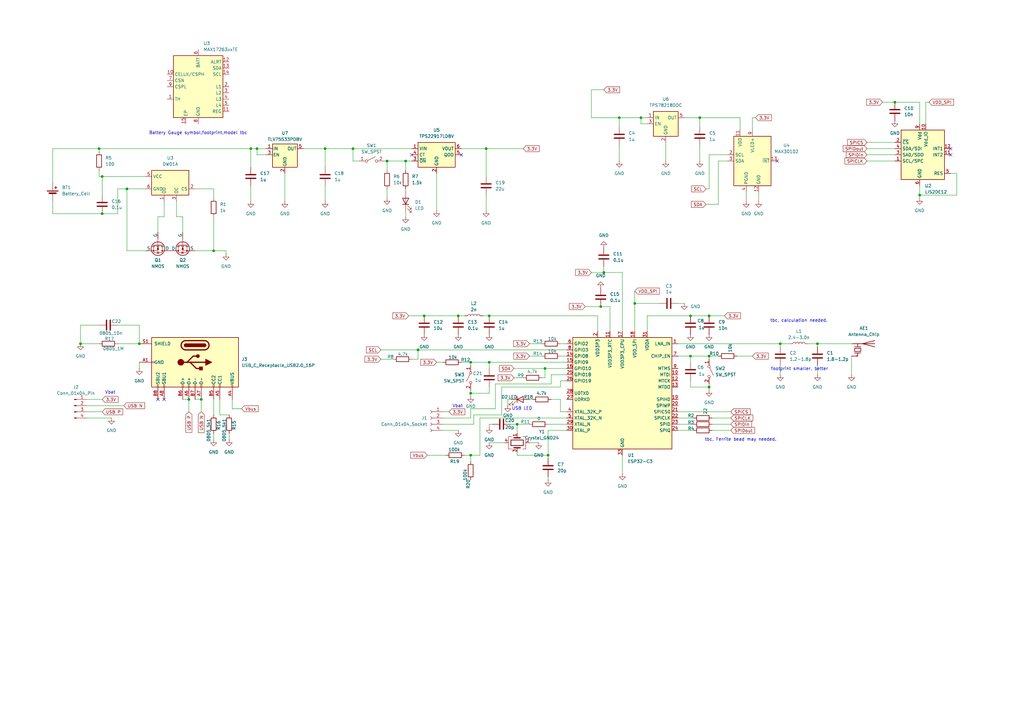
<source format=kicad_sch>
(kicad_sch (version 20250114) (generator "eeschema") (generator_version "9.0")
  (paper "A3")
  (text "Battery Gauge symbol,footprint,model tbc" (at 81.28 54.61 0) (effects (font (size 1.27 1.27))))
  (text "tbc, calculation needed." (at 327.66 131.572 0) (effects (font (size 1.27 1.27))))
  (text "footprint smaller, better" (at 327.914 151.384 0) (effects (font (size 1.27 1.27))))
  (text "Vbat" (at 187.706 166.624 0) (effects (font (size 1.27 1.27))))
  (text "USB LED" (at 214.122 167.64 0) (effects (font (size 1.27 1.27))))
  (text "Vbat" (at 45.212 161.036 0) (effects (font (size 1.27 1.27))))
  (text "tbc, Ferrite bead may needed." (at 303.784 180.34 0) (effects (font (size 1.27 1.27))))
  (junction (at 290.83 146.05))
  (junction (at 193.04 148.59))
  (junction (at 82.55 163.83))
  (junction (at 320.04 140.97))
  (junction (at 367.03 41.91))
  (junction (at 158.75 66.04))
  (junction (at 290.83 129.54))
  (junction (at 133.35 60.96))
  (junction (at 105.41 60.96))
  (junction (at 187.96 129.54))
  (junction (at 41.91 72.39))
  (junction (at 200.66 148.59))
  (junction (at 262.89 48.26))
  (junction (at 40.64 60.96))
  (junction (at 377.19 80.01))
  (junction (at 247.65 111.76))
  (junction (at 52.07 77.47))
  (junction (at 246.38 125.73))
  (junction (at 287.02 48.26))
  (junction (at 102.87 60.96))
  (junction (at 193.04 161.29))
  (junction (at 212.09 173.99))
  (junction (at 41.91 87.63))
  (junction (at 57.15 140.97))
  (junction (at 166.37 66.04))
  (junction (at 33.02 140.97))
  (junction (at 335.28 140.97))
  (junction (at 171.45 143.51))
  (junction (at 199.39 60.96))
  (junction (at 224.79 186.69))
  (junction (at 223.52 151.13))
  (junction (at 200.66 129.54))
  (junction (at 193.04 186.69))
  (junction (at 260.35 124.46))
  (junction (at 144.78 60.96))
  (junction (at 283.21 129.54))
  (junction (at 87.63 102.87))
  (junction (at 254 48.26))
  (junction (at 290.83 158.75))
  (junction (at 173.99 129.54))
  (junction (at 283.21 146.05))
  (junction (at 77.47 163.83))
  (no_connect (at 389.89 63.5))
  (no_connect (at 67.31 163.83))
  (no_connect (at 318.77 66.04))
  (no_connect (at 64.77 163.83))
  (no_connect (at 168.91 63.5))
  (no_connect (at 189.23 63.5))
  (no_connect (at 389.89 60.96))
  (wire (pts (xy 173.99 129.54) (xy 187.96 129.54)))
  (wire (pts (xy 229.87 163.83) (xy 226.06 163.83)))
  (wire (pts (xy 349.25 140.97) (xy 335.28 140.97)))
  (wire (pts (xy 217.17 181.61) (xy 220.98 181.61)))
  (wire (pts (xy 144.78 66.04) (xy 144.78 60.96)))
  (wire (pts (xy 287.02 48.26) (xy 303.53 48.26)))
  (wire (pts (xy 144.78 66.04) (xy 147.32 66.04)))
  (wire (pts (xy 335.28 140.97) (xy 335.28 142.24)))
  (wire (pts (xy 144.78 60.96) (xy 168.91 60.96)))
  (wire (pts (xy 158.75 66.04) (xy 158.75 69.85)))
  (wire (pts (xy 193.04 148.59) (xy 193.04 149.86)))
  (wire (pts (xy 232.41 140.97) (xy 229.87 140.97)))
  (wire (pts (xy 193.04 167.64) (xy 193.04 171.45)))
  (wire (pts (xy 212.09 177.8) (xy 212.09 173.99)))
  (wire (pts (xy 48.26 87.63) (xy 48.26 77.47)))
  (wire (pts (xy 283.21 146.05) (xy 290.83 146.05)))
  (wire (pts (xy 320.04 140.97) (xy 323.85 140.97)))
  (wire (pts (xy 116.84 71.12) (xy 116.84 82.55)))
  (wire (pts (xy 283.21 129.54) (xy 290.83 129.54)))
  (wire (pts (xy 210.82 151.13) (xy 223.52 151.13)))
  (wire (pts (xy 67.31 82.55) (xy 67.31 88.9)))
  (wire (pts (xy 59.69 77.47) (xy 52.07 77.47)))
  (wire (pts (xy 367.03 41.91) (xy 361.95 41.91)))
  (wire (pts (xy 41.91 72.39) (xy 59.69 72.39)))
  (wire (pts (xy 193.04 186.69) (xy 193.04 189.23)))
  (wire (pts (xy 200.66 181.61) (xy 207.01 181.61)))
  (wire (pts (xy 212.09 186.69) (xy 224.79 186.69)))
  (wire (pts (xy 260.35 124.46) (xy 270.51 124.46)))
  (wire (pts (xy 311.15 78.74) (xy 311.15 82.55)))
  (wire (pts (xy 166.37 66.04) (xy 166.37 69.85)))
  (wire (pts (xy 67.31 88.9) (xy 64.77 88.9)))
  (wire (pts (xy 290.83 157.48) (xy 290.83 158.75)))
  (wire (pts (xy 87.63 163.83) (xy 87.63 170.18)))
  (wire (pts (xy 33.02 133.35) (xy 33.02 140.97)))
  (wire (pts (xy 232.41 171.45) (xy 196.85 171.45)))
  (wire (pts (xy 41.91 87.63) (xy 48.26 87.63)))
  (wire (pts (xy 287.02 48.26) (xy 280.67 48.26)))
  (wire (pts (xy 247.65 111.76) (xy 255.27 111.76)))
  (wire (pts (xy 392.43 71.12) (xy 392.43 80.01)))
  (wire (pts (xy 262.89 50.8) (xy 262.89 48.26)))
  (wire (pts (xy 224.79 186.69) (xy 224.79 187.96)))
  (wire (pts (xy 254 48.26) (xy 262.89 48.26)))
  (wire (pts (xy 133.35 60.96) (xy 133.35 68.58)))
  (wire (pts (xy 223.52 154.94) (xy 222.25 154.94)))
  (wire (pts (xy 87.63 88.9) (xy 87.63 102.87)))
  (wire (pts (xy 229.87 163.83) (xy 229.87 168.91)))
  (wire (pts (xy 92.71 102.87) (xy 87.63 102.87)))
  (wire (pts (xy 229.87 146.05) (xy 232.41 146.05)))
  (wire (pts (xy 242.57 36.83) (xy 242.57 48.26)))
  (wire (pts (xy 203.2 167.64) (xy 203.2 157.48)))
  (wire (pts (xy 199.39 80.01) (xy 199.39 86.36)))
  (wire (pts (xy 200.66 161.29) (xy 200.66 158.75)))
  (wire (pts (xy 133.35 60.96) (xy 144.78 60.96)))
  (wire (pts (xy 223.52 151.13) (xy 223.52 154.94)))
  (wire (pts (xy 247.65 109.22) (xy 247.65 111.76)))
  (wire (pts (xy 171.45 143.51) (xy 171.45 147.32)))
  (wire (pts (xy 331.47 140.97) (xy 335.28 140.97)))
  (wire (pts (xy 35.56 166.37) (xy 50.8 166.37)))
  (wire (pts (xy 212.09 173.99) (xy 217.17 173.99)))
  (wire (pts (xy 102.87 60.96) (xy 102.87 68.58)))
  (wire (pts (xy 226.06 153.67) (xy 232.41 153.67)))
  (wire (pts (xy 242.57 111.76) (xy 247.65 111.76)))
  (wire (pts (xy 283.21 146.05) (xy 283.21 148.59)))
  (wire (pts (xy 232.41 156.21) (xy 229.87 156.21)))
  (wire (pts (xy 226.06 157.48) (xy 226.06 153.67)))
  (wire (pts (xy 77.47 163.83) (xy 77.47 168.91)))
  (wire (pts (xy 200.66 129.54) (xy 245.11 129.54)))
  (wire (pts (xy 193.04 148.59) (xy 189.23 148.59)))
  (wire (pts (xy 265.43 135.89) (xy 265.43 129.54)))
  (wire (pts (xy 287.02 59.69) (xy 287.02 66.04)))
  (wire (pts (xy 229.87 156.21) (xy 229.87 158.75)))
  (wire (pts (xy 196.85 171.45) (xy 196.85 186.69)))
  (wire (pts (xy 21.59 87.63) (xy 41.91 87.63)))
  (wire (pts (xy 72.39 82.55) (xy 72.39 88.9)))
  (wire (pts (xy 355.6 66.04) (xy 367.03 66.04)))
  (wire (pts (xy 40.64 60.96) (xy 40.64 62.23)))
  (wire (pts (xy 187.96 129.54) (xy 190.5 129.54)))
  (wire (pts (xy 389.89 71.12) (xy 392.43 71.12)))
  (wire (pts (xy 171.45 143.51) (xy 232.41 143.51)))
  (wire (pts (xy 242.57 48.26) (xy 254 48.26)))
  (wire (pts (xy 278.13 140.97) (xy 320.04 140.97)))
  (wire (pts (xy 193.04 160.02) (xy 193.04 161.29)))
  (wire (pts (xy 166.37 77.47) (xy 166.37 78.74)))
  (wire (pts (xy 292.1 176.53) (xy 299.72 176.53)))
  (wire (pts (xy 21.59 60.96) (xy 21.59 74.93)))
  (wire (pts (xy 48.26 133.35) (xy 57.15 133.35)))
  (wire (pts (xy 278.13 173.99) (xy 284.48 173.99)))
  (wire (pts (xy 290.83 129.54) (xy 297.18 129.54)))
  (wire (pts (xy 52.07 77.47) (xy 52.07 102.87)))
  (wire (pts (xy 224.79 176.53) (xy 232.41 176.53)))
  (wire (pts (xy 72.39 88.9) (xy 74.93 88.9)))
  (wire (pts (xy 294.64 83.82) (xy 289.56 83.82)))
  (wire (pts (xy 224.79 195.58) (xy 224.79 196.85)))
  (wire (pts (xy 48.26 140.97) (xy 57.15 140.97)))
  (wire (pts (xy 278.13 171.45) (xy 284.48 171.45)))
  (wire (pts (xy 109.22 63.5) (xy 105.41 63.5)))
  (wire (pts (xy 289.56 77.47) (xy 290.83 77.47)))
  (wire (pts (xy 90.17 163.83) (xy 90.17 170.18)))
  (wire (pts (xy 308.61 48.26) (xy 308.61 53.34)))
  (wire (pts (xy 80.01 163.83) (xy 82.55 163.83)))
  (wire (pts (xy 205.74 158.75) (xy 229.87 158.75)))
  (wire (pts (xy 355.6 58.42) (xy 367.03 58.42)))
  (wire (pts (xy 255.27 111.76) (xy 255.27 135.89)))
  (wire (pts (xy 196.85 186.69) (xy 193.04 186.69)))
  (wire (pts (xy 306.07 78.74) (xy 306.07 82.55)))
  (wire (pts (xy 40.64 72.39) (xy 41.91 72.39)))
  (wire (pts (xy 377.19 50.8) (xy 377.19 41.91)))
  (wire (pts (xy 303.53 48.26) (xy 303.53 53.34)))
  (wire (pts (xy 208.28 163.83) (xy 208.28 166.37)))
  (wire (pts (xy 290.83 146.05) (xy 290.83 147.32)))
  (wire (pts (xy 82.55 163.83) (xy 82.55 168.91)))
  (wire (pts (xy 379.73 41.91) (xy 381 41.91)))
  (wire (pts (xy 190.5 186.69) (xy 193.04 186.69)))
  (wire (pts (xy 92.71 104.14) (xy 92.71 102.87)))
  (wire (pts (xy 41.91 72.39) (xy 41.91 80.01)))
  (wire (pts (xy 200.66 148.59) (xy 193.04 148.59)))
  (wire (pts (xy 35.56 168.91) (xy 41.91 168.91)))
  (wire (pts (xy 158.75 66.04) (xy 166.37 66.04)))
  (wire (pts (xy 278.13 168.91) (xy 299.72 168.91)))
  (wire (pts (xy 224.79 176.53) (xy 224.79 186.69)))
  (wire (pts (xy 298.45 66.04) (xy 294.64 66.04)))
  (wire (pts (xy 355.6 60.96) (xy 367.03 60.96)))
  (wire (pts (xy 377.19 41.91) (xy 367.03 41.91)))
  (wire (pts (xy 320.04 149.86) (xy 320.04 153.67)))
  (wire (pts (xy 290.83 77.47) (xy 290.83 63.5)))
  (wire (pts (xy 355.6 63.5) (xy 367.03 63.5)))
  (wire (pts (xy 199.39 60.96) (xy 214.63 60.96)))
  (wire (pts (xy 294.64 66.04) (xy 294.64 83.82)))
  (wire (pts (xy 33.02 140.97) (xy 40.64 140.97)))
  (wire (pts (xy 105.41 63.5) (xy 105.41 60.96)))
  (wire (pts (xy 157.48 66.04) (xy 158.75 66.04)))
  (wire (pts (xy 208.28 163.83) (xy 209.55 163.83)))
  (wire (pts (xy 181.61 173.99) (xy 194.31 173.99)))
  (wire (pts (xy 95.25 167.64) (xy 95.25 163.83)))
  (wire (pts (xy 181.61 168.91) (xy 184.15 168.91)))
  (wire (pts (xy 210.82 154.94) (xy 214.63 154.94)))
  (wire (pts (xy 240.03 125.73) (xy 246.38 125.73)))
  (wire (pts (xy 265.43 129.54) (xy 283.21 129.54)))
  (wire (pts (xy 200.66 173.99) (xy 200.66 175.26)))
  (wire (pts (xy 205.74 170.18) (xy 205.74 158.75)))
  (wire (pts (xy 278.13 146.05) (xy 283.21 146.05)))
  (wire (pts (xy 156.21 147.32) (xy 161.29 147.32)))
  (wire (pts (xy 302.26 146.05) (xy 308.61 146.05)))
  (wire (pts (xy 292.1 173.99) (xy 299.72 173.99)))
  (wire (pts (xy 377.19 76.2) (xy 377.19 80.01)))
  (wire (pts (xy 35.56 163.83) (xy 41.91 163.83)))
  (wire (pts (xy 105.41 60.96) (xy 102.87 60.96)))
  (wire (pts (xy 189.23 60.96) (xy 199.39 60.96)))
  (wire (pts (xy 199.39 60.96) (xy 199.39 72.39)))
  (wire (pts (xy 217.17 163.83) (xy 218.44 163.83)))
  (wire (pts (xy 175.26 186.69) (xy 182.88 186.69)))
  (wire (pts (xy 90.17 170.18) (xy 93.98 170.18)))
  (wire (pts (xy 166.37 66.04) (xy 168.91 66.04)))
  (wire (pts (xy 21.59 82.55) (xy 21.59 87.63)))
  (wire (pts (xy 255.27 186.69) (xy 255.27 194.31)))
  (wire (pts (xy 52.07 102.87) (xy 59.69 102.87)))
  (wire (pts (xy 200.66 148.59) (xy 200.66 151.13)))
  (wire (pts (xy 229.87 168.91) (xy 232.41 168.91)))
  (wire (pts (xy 290.83 63.5) (xy 298.45 63.5)))
  (wire (pts (xy 48.26 77.47) (xy 52.07 77.47)))
  (wire (pts (xy 254 59.69) (xy 254 66.04)))
  (wire (pts (xy 193.04 167.64) (xy 203.2 167.64)))
  (wire (pts (xy 247.65 36.83) (xy 242.57 36.83)))
  (wire (pts (xy 194.31 170.18) (xy 205.74 170.18)))
  (wire (pts (xy 273.05 58.42) (xy 273.05 66.04)))
  (wire (pts (xy 250.19 125.73) (xy 250.19 135.89)))
  (wire (pts (xy 283.21 158.75) (xy 283.21 156.21)))
  (wire (pts (xy 292.1 171.45) (xy 299.72 171.45)))
  (wire (pts (xy 179.07 71.12) (xy 179.07 86.36)))
  (wire (pts (xy 124.46 60.96) (xy 133.35 60.96)))
  (wire (pts (xy 254 48.26) (xy 254 52.07)))
  (wire (pts (xy 203.2 157.48) (xy 226.06 157.48)))
  (wire (pts (xy 200.66 173.99) (xy 201.93 173.99)))
  (wire (pts (xy 209.55 173.99) (xy 212.09 173.99)))
  (wire (pts (xy 320.04 140.97) (xy 320.04 142.24)))
  (wire (pts (xy 40.64 69.85) (xy 40.64 72.39)))
  (wire (pts (xy 392.43 80.01) (xy 377.19 80.01)))
  (wire (pts (xy 80.01 77.47) (xy 87.63 77.47)))
  (wire (pts (xy 245.11 129.54) (xy 245.11 135.89)))
  (wire (pts (xy 87.63 77.47) (xy 87.63 81.28)))
  (wire (pts (xy 167.64 129.54) (xy 173.99 129.54)))
  (wire (pts (xy 198.12 129.54) (xy 200.66 129.54)))
  (wire (pts (xy 193.04 161.29) (xy 193.04 162.56)))
  (wire (pts (xy 265.43 48.26) (xy 262.89 48.26)))
  (wire (pts (xy 246.38 125.73) (xy 250.19 125.73)))
  (wire (pts (xy 171.45 147.32) (xy 168.91 147.32)))
  (wire (pts (xy 64.77 88.9) (xy 64.77 95.25)))
  (wire (pts (xy 181.61 176.53) (xy 187.96 176.53)))
  (wire (pts (xy 278.13 176.53) (xy 284.48 176.53)))
  (wire (pts (xy 217.17 140.97) (xy 222.25 140.97)))
  (wire (pts (xy 223.52 151.13) (xy 232.41 151.13)))
  (wire (pts (xy 133.35 76.2) (xy 133.35 82.55)))
  (wire (pts (xy 109.22 60.96) (xy 105.41 60.96)))
  (wire (pts (xy 200.66 161.29) (xy 193.04 161.29)))
  (wire (pts (xy 278.13 124.46) (xy 280.67 124.46)))
  (wire (pts (xy 309.88 48.26) (xy 308.61 48.26)))
  (wire (pts (xy 217.17 146.05) (xy 222.25 146.05)))
  (wire (pts (xy 260.35 124.46) (xy 260.35 135.89)))
  (wire (pts (xy 290.83 158.75) (xy 290.83 160.02)))
  (wire (pts (xy 57.15 148.59) (xy 57.15 151.13)))
  (wire (pts (xy 156.21 143.51) (xy 171.45 143.51)))
  (wire (pts (xy 212.09 186.69) (xy 212.09 185.42)))
  (wire (pts (xy 181.61 148.59) (xy 179.07 148.59)))
  (wire (pts (xy 181.61 171.45) (xy 193.04 171.45)))
  (wire (pts (xy 265.43 50.8) (xy 262.89 50.8)))
  (wire (pts (xy 93.98 177.8) (xy 93.98 180.34)))
  (wire (pts (xy 40.64 133.35) (xy 33.02 133.35)))
  (wire (pts (xy 57.15 133.35) (xy 57.15 140.97)))
  (wire (pts (xy 99.06 167.64) (xy 95.25 167.64)))
  (wire (pts (xy 290.83 146.05) (xy 294.64 146.05)))
  (wire (pts (xy 335.28 149.86) (xy 335.28 153.67)))
  (wire (pts (xy 260.35 119.38) (xy 260.35 124.46)))
  (wire (pts (xy 102.87 76.2) (xy 102.87 82.55)))
  (wire (pts (xy 40.64 60.96) (xy 102.87 60.96)))
  (wire (pts (xy 224.79 173.99) (xy 232.41 173.99)))
  (wire (pts (xy 87.63 177.8) (xy 87.63 180.34)))
  (wire (pts (xy 194.31 170.18) (xy 194.31 173.99)))
  (wire (pts (xy 40.64 60.96) (xy 21.59 60.96)))
  (wire (pts (xy 74.93 88.9) (xy 74.93 95.25)))
  (wire (pts (xy 287.02 48.26) (xy 287.02 52.07)))
  (wire (pts (xy 80.01 102.87) (xy 87.63 102.87)))
  (wire (pts (xy 377.19 80.01) (xy 377.19 81.28)))
  (wire (pts (xy 166.37 86.36) (xy 166.37 88.9)))
  (wire (pts (xy 283.21 158.75) (xy 290.83 158.75)))
  (wire (pts (xy 200.66 148.59) (xy 232.41 148.59)))
  (wire (pts (xy 74.93 163.83) (xy 77.47 163.83)))
  (wire (pts (xy 349.25 146.05) (xy 349.25 153.67)))
  (wire (pts (xy 379.73 50.8) (xy 379.73 41.91)))
  (wire (pts (xy 158.75 77.47) (xy 158.75 81.28)))
  (wire (pts (xy 35.56 171.45) (xy 45.72 171.45)))
  (global_label "SPICS" (shape input) (at 355.6 58.42 180) (property "Intersheetrefs" "${INTERSHEET_REFS}" (effects (hide yes))))
  (global_label "SPIDout" (shape input) (at 355.6 60.96 180) (property "Intersheetrefs" "${INTERSHEET_REFS}" (effects (hide yes))))
  (global_label "SPICLK" (shape input) (at 355.6 66.04 180) (property "Intersheetrefs" "${INTERSHEET_REFS}" (effects (hide yes))))
  (global_label "VDD_SPI" (shape input) (at 381 41.91 0) (property "Intersheetrefs" "${INTERSHEET_REFS}" (effects (hide yes))))
  (global_label "3.3V" (shape input) (at 156.21 147.32 180) (property "Intersheetrefs" "${INTERSHEET_REFS}" (effects (hide yes))))
  (global_label "3.3V" (shape input) (at 297.18 129.54 0) (property "Intersheetrefs" "${INTERSHEET_REFS}" (effects (hide yes))))
  (global_label "SCL" (shape input) (at 156.21 143.51 180) (property "Intersheetrefs" "${INTERSHEET_REFS}" (effects (hide yes))))
  (global_label "VDD_SPI" (shape input) (at 260.35 119.38 0) (property "Intersheetrefs" "${INTERSHEET_REFS}" (effects (hide yes))))
  (global_label "Vbus" (shape input) (at 175.26 186.69 180) (property "Intersheetrefs" "${INTERSHEET_REFS}" (effects (hide yes))))
  (global_label "3.3V" (shape input) (at 210.82 154.94 180) (property "Intersheetrefs" "${INTERSHEET_REFS}" (effects (hide yes))))
  (global_label "3.3V" (shape input) (at 247.65 36.83 0) (property "Intersheetrefs" "${INTERSHEET_REFS}" (effects (hide yes))))
  (global_label "3.3V" (shape input) (at 309.88 48.26 0) (property "Intersheetrefs" "${INTERSHEET_REFS}" (effects (hide yes))))
  (global_label "SCL" (shape input) (at 289.56 77.47 180) (property "Intersheetrefs" "${INTERSHEET_REFS}" (effects (hide yes))))
  (global_label "Vbus" (shape input) (at 99.06 167.64 0) (property "Intersheetrefs" "${INTERSHEET_REFS}" (effects (hide yes))))
  (global_label "SDA" (shape input) (at 210.82 151.13 180) (property "Intersheetrefs" "${INTERSHEET_REFS}" (effects (hide yes))))
  (global_label "3.3V" (shape input) (at 184.15 168.91 0) (property "Intersheetrefs" "${INTERSHEET_REFS}" (effects (hide yes))))
  (global_label "SPICS" (shape input) (at 299.72 168.91 0) (property "Intersheetrefs" "${INTERSHEET_REFS}" (effects (hide yes))))
  (global_label "USB P" (shape input) (at 41.91 168.91 0) (property "Intersheetrefs" "${INTERSHEET_REFS}" (effects (hide yes))))
  (global_label "USB N" (shape input) (at 82.55 168.91 270) (property "Intersheetrefs" "${INTERSHEET_REFS}" (effects (hide yes))))
  (global_label "3.3V" (shape input) (at 179.07 148.59 180) (property "Intersheetrefs" "${INTERSHEET_REFS}" (effects (hide yes))))
  (global_label "3.3V" (shape input) (at 240.03 125.73 180) (property "Intersheetrefs" "${INTERSHEET_REFS}" (effects (hide yes))))
  (global_label "3.3V" (shape input) (at 361.95 41.91 180) (property "Intersheetrefs" "${INTERSHEET_REFS}" (effects (hide yes))))
  (global_label "SPIDin" (shape input) (at 299.72 173.99 0) (property "Intersheetrefs" "${INTERSHEET_REFS}" (effects (hide yes))))
  (global_label "3.3V" (shape input) (at 217.17 146.05 180) (property "Intersheetrefs" "${INTERSHEET_REFS}" (effects (hide yes))))
  (global_label "SPIDin" (shape input) (at 355.6 63.5 180) (property "Intersheetrefs" "${INTERSHEET_REFS}" (effects (hide yes))))
  (global_label "SPICLK" (shape input) (at 299.72 171.45 0) (property "Intersheetrefs" "${INTERSHEET_REFS}" (effects (hide yes))))
  (global_label "USB P" (shape input) (at 77.47 168.91 270) (property "Intersheetrefs" "${INTERSHEET_REFS}" (effects (hide yes))))
  (global_label "3.3V" (shape input) (at 308.61 146.05 0) (property "Intersheetrefs" "${INTERSHEET_REFS}" (effects (hide yes))))
  (global_label "USB N" (shape input) (at 50.8 166.37 0) (property "Intersheetrefs" "${INTERSHEET_REFS}" (effects (hide yes))))
  (global_label "SPIDout" (shape input) (at 299.72 176.53 0) (property "Intersheetrefs" "${INTERSHEET_REFS}" (effects (hide yes))))
  (global_label "3.3V" (shape input) (at 167.64 129.54 180) (property "Intersheetrefs" "${INTERSHEET_REFS}" (effects (hide yes))))
  (global_label "3.3V" (shape input) (at 242.57 111.76 180) (property "Intersheetrefs" "${INTERSHEET_REFS}" (effects (hide yes))))
  (global_label "3.3V" (shape input) (at 217.17 140.97 180) (property "Intersheetrefs" "${INTERSHEET_REFS}" (effects (hide yes))))
  (global_label "3.3V" (shape input) (at 214.63 60.96 0) (property "Intersheetrefs" "${INTERSHEET_REFS}" (effects (hide yes))))
  (global_label "SDA" (shape input) (at 289.56 83.82 180) (property "Intersheetrefs" "${INTERSHEET_REFS}" (effects (hide yes))))
  (global_label "3.3V" (shape input) (at 41.91 163.83 0) (property "Intersheetrefs" "${INTERSHEET_REFS}" (effects (hide yes))))
  (symbol (lib_id "power:GND") (at 220.98 181.61 0) (unit 1)
    (property "Reference" "#PWR030" (effects (hide yes)))
    (property "Value" "GND" (at 220.98 186.69 0))
    (property "Description" "Power symbol creates a global label with name \"GND\" , ground" (effects (hide yes)))
  )
  (symbol (lib_id "Battery_Management:MAX17263xxTE") (at 81.28 35.56 0) (unit 1)
    (property "Reference" "U3" (at 83.4233 17.78 0) (effects (justify left)))
    (property "Value" "MAX17263xxTE" (at 83.4233 20.32 0) (effects (justify left)))
    (property "Footprint" "Package_DFN_QFN:DFN-14-1EP_3x3mm_P0.4mm_EP1.78x2.35mm" (effects (hide yes)))
    (property "Datasheet" "https://datasheets.maximintegrated.com/en/ds/MAX17263.pdf" (effects (hide yes)))
    (property "Description" "Single/Multi-Cell Fuel Gauge, ModelGauge m5 EZ, Integrated LED Control, TDFN-14" (effects (hide yes)))
  )
  (symbol (lib_id "Switch:SW_SPST") (at 152.4 66.04 0) (unit 1)
    (property "Reference" "SW1" (at 152.4 59.69 0))
    (property "Value" "SW_SPST" (at 152.4 62.23 0))
    (property "Description" "Single Pole Single Throw (SPST) switch" (effects (hide yes)))
  )
  (symbol (lib_id "power:GND") (at 92.71 104.14 0) (unit 1)
    (property "Reference" "#PWR022" (effects (hide yes)))
    (property "Value" "GND" (at 92.71 109.22 0))
    (property "Description" "Power symbol creates a global label with name \"GND\" , ground" (effects (hide yes)))
  )
  (symbol (lib_id "Device:R") (at 220.98 173.99 90) (unit 1)
    (property "Reference" "R11" (at 217.424 172.974 90) (effects (justify left)))
    (property "Value" "0" (at 221.742 171.704 90) (effects (justify left)))
    (property "Description" "Resistor" (effects (hide yes)))
  )
  (symbol (lib_id "Device:R") (at 158.75 73.66 0) (unit 1)
    (property "Reference" "R6" (at 161.29 72.3899 0) (effects (justify left)))
    (property "Value" "10k" (at 161.29 74.9299 0) (effects (justify left)))
    (property "Description" "Resistor" (effects (hide yes)))
  )
  (symbol (lib_id "Regulator_Linear:TLV75533PDBV") (at 116.84 63.5 0) (unit 1)
    (property "Reference" "U7" (at 116.84 54.61 0))
    (property "Value" "TLV75533PDBV" (at 116.84 57.15 0))
    (property "Footprint" "Package_TO_SOT_SMD:SOT-23-5" (effects (hide yes)))
    (property "Datasheet" "http://www.ti.com/lit/ds/symlink/tlv755p.pdf" (effects (hide yes)))
    (property "Description" "500mA Low Dropout Voltage Regulator, Fixed Output 3.3V, SOT-23-5" (effects (hide yes)))
  )
  (symbol (lib_id "Device:C") (at 44.45 133.35 90) (unit 1)
    (property "Reference" "C22" (at 47.752 131.826 90))
    (property "Value" "0805_10n" (at 45.466 136.652 90))
    (property "Description" "Unpolarized capacitor" (effects (hide yes)))
  )
  (symbol (lib_id "power:GND") (at 187.96 176.53 0) (unit 1)
    (property "Reference" "#PWR034" (effects (hide yes)))
    (property "Value" "GND" (at 187.96 181.61 0))
    (property "Description" "Power symbol creates a global label with name \"GND\" , ground" (effects (hide yes)))
  )
  (symbol (lib_id "Device:L") (at 194.31 129.54 90) (unit 1)
    (property "Reference" "L2" (at 194.31 124.46 90))
    (property "Value" "2n" (at 194.31 127 90))
    (property "Datasheet" "z" (effects (hide yes)))
    (property "Description" "Inductor" (effects (hide yes)))
  )
  (symbol (lib_id "power:GND") (at 255.27 194.31 0) (unit 1)
    (property "Reference" "#PWR01" (effects (hide yes)))
    (property "Value" "GND" (at 255.27 199.39 0))
    (property "Description" "Power symbol creates a global label with name \"GND\" , ground" (effects (hide yes)))
  )
  (symbol (lib_id "power:GND") (at 254 66.04 0) (unit 1)
    (property "Reference" "#PWR08" (effects (hide yes)))
    (property "Value" "GND" (at 254 71.12 0))
    (property "Description" "Power symbol creates a global label with name \"GND\" , ground" (effects (hide yes)))
  )
  (symbol (lib_id "Device:R") (at 222.25 163.83 90) (unit 1)
    (property "Reference" "R18" (at 218.694 162.814 90) (effects (justify left)))
    (property "Value" "4.7k" (at 224.282 161.29 90) (effects (justify left)))
    (property "Description" "Resistor" (effects (hide yes)))
  )
  (symbol (lib_id "power:GND") (at 33.02 140.97 0) (unit 1)
    (property "Reference" "#PWR036" (effects (hide yes)))
    (property "Value" "GND" (at 33.02 146.05 0))
    (property "Description" "Power symbol creates a global label with name \"GND\" , ground" (effects (hide yes)))
  )
  (symbol (lib_id "power:GND") (at 45.72 171.45 0) (unit 1)
    (property "Reference" "#PWR035" (effects (hide yes)))
    (property "Value" "GND" (at 45.72 176.53 0))
    (property "Description" "Power symbol creates a global label with name \"GND\" , ground" (effects (hide yes)))
  )
  (symbol (lib_id "power:GND") (at 335.28 153.67 0) (unit 1)
    (property "Reference" "#PWR04" (effects (hide yes)))
    (property "Value" "GND" (at 335.28 158.75 0))
    (property "Description" "Power symbol creates a global label with name \"GND\" , ground" (effects (hide yes)))
  )
  (symbol (lib_id "power:GND") (at 246.38 118.11 180) (unit 1)
    (property "Reference" "#PWR019" (effects (hide yes)))
    (property "Value" "GND" (at 246.38 113.03 0))
    (property "Description" "Power symbol creates a global label with name \"GND\" , ground" (effects (hide yes)))
  )
  (symbol (lib_id "power:GND") (at 193.04 162.56 0) (mirror y) (unit 1)
    (property "Reference" "#PWR033" (effects (hide yes)))
    (property "Value" "GND" (at 193.04 166.624 0))
    (property "Description" "Power symbol creates a global label with name \"GND\" , ground" (effects (hide yes)))
  )
  (symbol (lib_id "Device:C") (at 173.99 133.35 0) (unit 1)
    (property "Reference" "C12" (at 177.8 132.0799 0) (effects (justify left)))
    (property "Value" "10u" (at 177.8 134.6199 0) (effects (justify left)))
    (property "Description" "Unpolarized capacitor" (effects (hide yes)))
  )
  (symbol (lib_id "power:GND") (at 247.65 101.6 180) (unit 1)
    (property "Reference" "#PWR013" (effects (hide yes)))
    (property "Value" "GND" (at 247.65 96.52 0))
    (property "Description" "Power symbol creates a global label with name \"GND\" , ground" (effects (hide yes)))
  )
  (symbol (lib_id "Simulation_SPICE:NMOS") (at 64.77 100.33 270) (unit 1)
    (property "Reference" "Q1" (at 64.77 106.68 90))
    (property "Value" "NMOS" (at 64.77 109.22 90))
    (property "Datasheet" "https://ngspice.sourceforge.io/docs/ngspice-html-manual/manual.xhtml#cha_MOSFETs" (effects (hide yes)))
    (property "Description" "N-MOSFET transistor, drain/source/gate" (effects (hide yes)))
    (property "Sim.Device" "NMOS" (effects (hide yes)))
    (property "Sim.Type" "VDMOS" (effects (hide yes)))
    (property "Sim.Pins" "1=D 2=G 3=S" (effects (hide yes)))
  )
  (symbol (lib_id "MCU_Espressif:ESP32-C3") (at 255.27 161.29 0) (unit 1)
    (property "Reference" "U1" (at 257.4133 186.69 0) (effects (justify left)))
    (property "Value" "ESP32-C3" (at 257.4133 189.23 0) (effects (justify left)))
    (property "Footprint" "Package_DFN_QFN:QFN-32-1EP_5x5mm_P0.5mm_EP3.7x3.7mm" (effects (hide yes)))
    (property "Datasheet" "https://www.espressif.com/sites/default/files/documentation/esp32-c3_datasheet_en.pdf" (effects (hide yes)))
    (property "Description" "RF Module, ESP32 SoC, RISC-V, WiFi 802.11b/n/g, Bluetooth LE 5, QFN32" (effects (hide yes)))
  )
  (symbol (lib_id "power:GND") (at 93.98 180.34 0) (unit 1)
    (property "Reference" "#PWR038" (effects (hide yes)))
    (property "Value" "GND" (at 93.98 185.42 0))
    (property "Description" "Power symbol creates a global label with name \"GND\" , ground" (effects (hide yes)))
  )
  (symbol (lib_id "power:GND") (at 57.15 151.13 0) (unit 1)
    (property "Reference" "#PWR037" (effects (hide yes)))
    (property "Value" "GND" (at 57.15 156.21 0))
    (property "Description" "Power symbol creates a global label with name \"GND\" , ground" (effects (hide yes)))
  )
  (symbol (lib_id "power:GND") (at 173.99 137.16 0) (unit 1)
    (property "Reference" "#PWR018" (effects (hide yes)))
    (property "Value" "GND" (at 173.99 142.24 0))
    (property "Description" "Power symbol creates a global label with name \"GND\" , ground" (effects (hide yes)))
  )
  (symbol (lib_id "Regulator_Linear:TPS78218DDC") (at 273.05 50.8 0) (unit 1)
    (property "Reference" "U6" (at 273.05 40.64 0))
    (property "Value" "TPS78218DDC" (at 273.05 43.18 0))
    (property "Footprint" "Package_TO_SOT_SMD:SOT-23-5" (effects (hide yes)))
    (property "Datasheet" "http://www.ti.com/lit/gpn/tps782" (effects (hide yes)))
    (property "Description" "150-mA, 500nA Ultra-Low-IQ LDO, 1.8V, SOT-23-5" (effects (hide yes)))
  )
  (symbol (lib_id "power:GND") (at 287.02 66.04 0) (unit 1)
    (property "Reference" "#PWR09" (effects (hide yes)))
    (property "Value" "GND" (at 287.02 71.12 0))
    (property "Description" "Power symbol creates a global label with name \"GND\" , ground" (effects (hide yes)))
  )
  (symbol (lib_id "Device:R") (at 87.63 173.99 180) (unit 1)
    (property "Reference" "R16" (at 89.662 172.466 90) (effects (justify left)))
    (property "Value" "0805_5k1" (at 85.598 171.704 90) (effects (justify left)))
    (property "Description" "Resistor" (effects (hide yes)))
  )
  (symbol (lib_id "Device:C") (at 246.38 121.92 0) (unit 1)
    (property "Reference" "C15" (at 250.19 120.6499 0) (effects (justify left)))
    (property "Value" "0.1u" (at 250.19 123.1899 0) (effects (justify left)))
    (property "Description" "Unpolarized capacitor" (effects (hide yes)))
  )
  (symbol (lib_id "Switch:SW_SPST") (at 193.04 154.94 90) (mirror x) (unit 1)
    (property "Reference" "SW3" (at 190.5 153.6699 90) (effects (justify left)))
    (property "Value" "SW_SPST" (at 190.5 156.2099 90) (effects (justify left)))
    (property "Description" "Single Pole Single Throw (SPST) switch" (effects (hide yes)))
  )
  (symbol (lib_id "Simulation_SPICE:NMOS") (at 74.93 100.33 90) (mirror x) (unit 1)
    (property "Reference" "Q2" (at 74.93 106.68 90))
    (property "Value" "NMOS" (at 74.93 109.22 90))
    (property "Datasheet" "https://ngspice.sourceforge.io/docs/ngspice-html-manual/manual.xhtml#cha_MOSFETs" (effects (hide yes)))
    (property "Description" "N-MOSFET transistor, drain/source/gate" (effects (hide yes)))
    (property "Sim.Device" "NMOS" (effects (hide yes)))
    (property "Sim.Type" "VDMOS" (effects (hide yes)))
    (property "Sim.Pins" "1=D 2=G 3=S" (effects (hide yes)))
  )
  (symbol (lib_id "Device:R") (at 185.42 148.59 270) (mirror x) (unit 1)
    (property "Reference" "R12" (at 188.976 147.574 90) (effects (justify left)))
    (property "Value" "10k" (at 183.896 146.558 90) (effects (justify left)))
    (property "Description" "Resistor" (effects (hide yes)))
  )
  (symbol (lib_id "power:GND") (at 290.83 137.16 0) (unit 1)
    (property "Reference" "#PWR016" (effects (hide yes)))
    (property "Value" "GND" (at 290.83 142.24 0))
    (property "Description" "Power symbol creates a global label with name \"GND\" , ground" (effects (hide yes)))
  )
  (symbol (lib_id "Device:C") (at 283.21 133.35 0) (unit 1)
    (property "Reference" "C8" (at 286.004 131.572 0) (effects (justify left)))
    (property "Value" "1u" (at 286.512 134.366 0) (effects (justify left)))
    (property "Description" "Unpolarized capacitor" (effects (hide yes)))
  )
  (symbol (lib_id "Device:R") (at 165.1 147.32 90) (unit 1)
    (property "Reference" "R8" (at 161.544 146.304 90) (effects (justify left)))
    (property "Value" "4.7k" (at 167.386 145.288 90) (effects (justify left)))
    (property "Description" "Resistor" (effects (hide yes)))
  )
  (symbol (lib_id "Connector:USB_C_Receptacle_USB2.0_16P") (at 80.01 148.59 270) (unit 1)
    (property "Reference" "J3" (at 99.06 147.3199 90) (effects (justify left)))
    (property "Value" "USB_C_Receptacle_USB2.0_16P" (at 99.06 149.8599 90) (effects (justify left)))
    (property "Datasheet" "https://www.usb.org/sites/default/files/documents/usb_type-c.zip" (effects (hide yes)))
    (property "Description" "USB 2.0-only 16P Type-C Receptacle connector" (effects (hide yes)))
  )
  (symbol (lib_id "power:GND") (at 367.03 49.53 0) (unit 1)
    (property "Reference" "#PWR012" (effects (hide yes)))
    (property "Value" "GND" (at 367.03 54.61 0))
    (property "Description" "Power symbol creates a global label with name \"GND\" , ground" (effects (hide yes)))
  )
  (symbol (lib_id "Battery_Management:DW01A") (at 69.85 74.93 0) (unit 1)
    (property "Reference" "U3" (at 69.85 64.77 0))
    (property "Value" "DW01A" (at 69.85 67.31 0))
    (property "Footprint" "Package_TO_SOT_SMD:SOT-23-6" (effects (hide yes)))
    (property "Datasheet" "https://hmsemi.com/downfile/DW01A.PDF" (effects (hide yes)))
    (property "Description" "Overcharge, overcurrent and overdischarge protection IC for single cell lithium-ion/polymer battery" (effects (hide yes)))
  )
  (symbol (lib_id "power:GND") (at 224.79 196.85 0) (unit 1)
    (property "Reference" "#PWR032" (effects (hide yes)))
    (property "Value" "GND" (at 224.79 201.93 0))
    (property "Description" "Power symbol creates a global label with name \"GND\" , ground" (effects (hide yes)))
  )
  (symbol (lib_id "Device:R") (at 93.98 173.99 180) (unit 1)
    (property "Reference" "R15" (at 96.012 172.466 90) (effects (justify left)))
    (property "Value" "0805_5k1" (at 91.948 171.704 90) (effects (justify left)))
    (property "Description" "Resistor" (effects (hide yes)))
  )
  (symbol (lib_id "power:GND") (at 306.07 82.55 0) (unit 1)
    (property "Reference" "#PWR011" (effects (hide yes)))
    (property "Value" "GND" (at 306.07 87.63 0))
    (property "Description" "Power symbol creates a global label with name \"GND\" , ground" (effects (hide yes)))
  )
  (symbol (lib_id "Device:R") (at 226.06 140.97 90) (unit 1)
    (property "Reference" "R13" (at 222.504 139.954 90) (effects (justify left)))
    (property "Value" "10k" (at 228.346 138.938 90) (effects (justify left)))
    (property "Description" "Resistor" (effects (hide yes)))
  )
  (symbol (lib_id "Device:C") (at 224.79 191.77 0) (unit 1)
    (property "Reference" "C7" (at 228.6 190.4999 0) (effects (justify left)))
    (property "Value" "20p" (at 228.6 193.0399 0) (effects (justify left)))
    (property "Description" "Unpolarized capacitor" (effects (hide yes)))
  )
  (symbol (lib_id "power:GND") (at 87.63 180.34 0) (unit 1)
    (property "Reference" "#PWR039" (effects (hide yes)))
    (property "Value" "GND" (at 87.63 185.42 0))
    (property "Description" "Power symbol creates a global label with name \"GND\" , ground" (effects (hide yes)))
  )
  (symbol (lib_id "power:GND") (at 116.84 82.55 0) (unit 1)
    (property "Reference" "#PWR021" (effects (hide yes)))
    (property "Value" "GND" (at 116.84 87.63 0))
    (property "Description" "Power symbol creates a global label with name \"GND\" , ground" (effects (hide yes)))
  )
  (symbol (lib_id "power:GND") (at 208.28 166.37 0) (unit 1)
    (property "Reference" "#PWR040" (effects (hide yes)))
    (property "Value" "GND" (at 208.28 170.434 0))
    (property "Description" "Power symbol creates a global label with name \"GND\" , ground" (effects (hide yes)))
  )
  (symbol (lib_id "Device:Antenna_Chip") (at 351.79 143.51 270) (mirror x) (unit 1)
    (property "Reference" "AE1" (at 354.33 134.62 90))
    (property "Value" "Antenna_Chip" (at 354.33 137.16 90))
    (property "Footprint" "customfootprint:Chip Antenna ANT2012" (effects (hide yes)))
    (property "Description" "Ceramic chip antenna with pin for PCB trace" (effects (hide yes)))
  )
  (symbol (lib_id "Connector:Conn_01x04_Socket") (at 176.53 171.45 0) (mirror y) (unit 1)
    (property "Reference" "J1" (at 175.26 171.4499 0) (effects (justify left)))
    (property "Value" "Conn_01x04_Socket" (at 175.26 173.9899 0) (effects (justify left)))
    (property "Description" "Generic connector, single row, 01x04, script generated" (effects (hide yes)))
  )
  (symbol (lib_id "Device:R") (at 87.63 85.09 0) (unit 1)
    (property "Reference" "R1" (at 90.17 83.8199 0) (effects (justify left)))
    (property "Value" "1k" (at 90.17 86.3599 0) (effects (justify left)))
    (property "Description" "Resistor" (effects (hide yes)))
  )
  (symbol (lib_id "Device:C") (at 367.03 45.72 0) (unit 1)
    (property "Reference" "C10" (at 370.84 44.4499 0) (effects (justify left)))
    (property "Value" "10n" (at 370.84 46.9899 0) (effects (justify left)))
    (property "Description" "Unpolarized capacitor" (effects (hide yes)))
  )
  (symbol (lib_id "Device:R") (at 193.04 193.04 180) (unit 1)
    (property "Reference" "R20" (at 192.024 196.596 90) (effects (justify left)))
    (property "Value" "100k" (at 190.754 192.278 90) (effects (justify left)))
    (property "Description" "Resistor" (effects (hide yes)))
  )
  (symbol (lib_id "Device:C") (at 133.35 72.39 0) (unit 1)
    (property "Reference" "C18" (at 137.16 71.1199 0) (effects (justify left)))
    (property "Value" "1u" (at 137.16 73.6599 0) (effects (justify left)))
    (property "Description" "Unpolarized capacitor" (effects (hide yes)))
  )
  (symbol (lib_id "power:GND") (at 283.21 137.16 0) (unit 1)
    (property "Reference" "#PWR015" (effects (hide yes)))
    (property "Value" "GND" (at 283.21 142.24 0))
    (property "Description" "Power symbol creates a global label with name \"GND\" , ground" (effects (hide yes)))
  )
  (symbol (lib_id "power:GND") (at 158.75 81.28 0) (unit 1)
    (property "Reference" "#PWR024" (effects (hide yes)))
    (property "Value" "GND" (at 158.75 86.36 0))
    (property "Description" "Power symbol creates a global label with name \"GND\" , ground" (effects (hide yes)))
  )
  (symbol (lib_id "power:GND") (at 102.87 82.55 0) (unit 1)
    (property "Reference" "#PWR020" (effects (hide yes)))
    (property "Value" "GND" (at 102.87 87.63 0))
    (property "Description" "Power symbol creates a global label with name \"GND\" , ground" (effects (hide yes)))
  )
  (symbol (lib_id "Device:LED") (at 166.37 82.55 90) (unit 1)
    (property "Reference" "D1" (at 170.18 82.8674 90) (effects (justify right)))
    (property "Value" "LED" (at 170.18 85.4074 90) (effects (justify right)))
    (property "Description" "Light emitting diode" (effects (hide yes)))
    (property "Sim.Pins" "1=K 2=A" (effects (hide yes)))
  )
  (symbol (lib_id "power:GND") (at 311.15 82.55 0) (unit 1)
    (property "Reference" "#PWR010" (effects (hide yes)))
    (property "Value" "GND" (at 311.15 87.63 0))
    (property "Description" "Power symbol creates a global label with name \"GND\" , ground" (effects (hide yes)))
  )
  (symbol (lib_id "Device:R") (at 218.44 154.94 90) (unit 1)
    (property "Reference" "R9" (at 214.884 153.924 90) (effects (justify left)))
    (property "Value" "4.7k" (at 220.472 152.4 90) (effects (justify left)))
    (property "Description" "Resistor" (effects (hide yes)))
  )
  (symbol (lib_id "Device:R") (at 44.45 140.97 270) (unit 1)
    (property "Reference" "R17" (at 42.926 138.938 90) (effects (justify left)))
    (property "Value" "0805_1M" (at 42.164 143.002 90) (effects (justify left)))
    (property "Description" "Resistor" (effects (hide yes)))
  )
  (symbol (lib_id "Device:C") (at 320.04 146.05 0) (unit 1)
    (property "Reference" "C2" (at 323.85 144.7799 0) (effects (justify left)))
    (property "Value" "1.2-1.8p" (at 323.85 147.3199 0) (effects (justify left)))
    (property "Description" "Unpolarized capacitor" (effects (hide yes)))
  )
  (symbol (lib_id "Device:C") (at 102.87 72.39 0) (unit 1)
    (property "Reference" "C17" (at 106.68 71.1199 0) (effects (justify left)))
    (property "Value" "1u" (at 106.68 73.6599 0) (effects (justify left)))
    (property "Description" "Unpolarized capacitor" (effects (hide yes)))
  )
  (symbol (lib_id "Device:R") (at 288.29 176.53 90) (unit 1)
    (property "Reference" "R4" (at 283.464 175.768 90))
    (property "Value" "22" (effects (hide yes)))
    (property "Description" "Resistor" (effects (hide yes)))
  )
  (symbol (lib_id "Device:C") (at 247.65 105.41 0) (unit 1)
    (property "Reference" "C11" (at 251.46 104.1399 0) (effects (justify left)))
    (property "Value" "0.1u" (at 251.46 106.6799 0) (effects (justify left)))
    (property "Description" "Unpolarized capacitor" (effects (hide yes)))
  )
  (symbol (lib_id "Device:C") (at 290.83 133.35 0) (unit 1)
    (property "Reference" "C9" (at 294.64 132.0799 0) (effects (justify left)))
    (property "Value" "10n" (at 294.64 134.6199 0) (effects (justify left)))
    (property "Description" "Unpolarized capacitor" (effects (hide yes)))
  )
  (symbol (lib_id "Device:C") (at 335.28 146.05 0) (unit 1)
    (property "Reference" "C1" (at 339.09 144.7799 0) (effects (justify left)))
    (property "Value" "1.8-1.2p" (at 339.09 147.3199 0) (effects (justify left)))
    (property "Description" "Unpolarized capacitor" (effects (hide yes)))
  )
  (symbol (lib_id "Device:R") (at 226.06 146.05 90) (unit 1)
    (property "Reference" "R14" (at 222.504 145.034 90) (effects (justify left)))
    (property "Value" "10k" (at 228.346 144.018 90) (effects (justify left)))
    (property "Description" "Resistor" (effects (hide yes)))
  )
  (symbol (lib_id "power:GND") (at 199.39 86.36 0) (unit 1)
    (property "Reference" "#PWR027" (effects (hide yes)))
    (property "Value" "GND" (at 199.39 91.44 0))
    (property "Description" "Power symbol creates a global label with name \"GND\" , ground" (effects (hide yes)))
  )
  (symbol (lib_id "Device:R") (at 298.45 146.05 90) (unit 1)
    (property "Reference" "R10" (at 294.894 145.034 90) (effects (justify left)))
    (property "Value" "10k" (at 299.466 144.526 0) (effects (justify left)))
    (property "Description" "Resistor" (effects (hide yes)))
  )
  (symbol (lib_id "Device:R") (at 166.37 73.66 0) (unit 1)
    (property "Reference" "R7" (at 168.91 72.3899 0) (effects (justify left)))
    (property "Value" "1.5k" (at 168.91 74.9299 0) (effects (justify left)))
    (property "Description" "Resistor" (effects (hide yes)))
  )
  (symbol (lib_id "Power_Management:TPS22917LDBV") (at 179.07 63.5 0) (unit 1)
    (property "Reference" "U5" (at 179.07 53.34 0))
    (property "Value" "TPS22917LDBV" (at 179.07 55.88 0))
    (property "Footprint" "Package_TO_SOT_SMD:SOT-23-6" (effects (hide yes)))
    (property "Datasheet" "http://www.ti.com/lit/ds/symlink/tps22917.pdf" (effects (hide yes)))
    (property "Description" "1V to 5.5V, 2A, 80mΩ Ultra-Low Leakage Load Switch, Active Low, SOT23-6" (effects (hide yes)))
  )
  (symbol (lib_id "power:GND") (at 200.66 181.61 0) (unit 1)
    (property "Reference" "#PWR029" (effects (hide yes)))
    (property "Value" "GND" (at 200.66 186.69 0))
    (property "Description" "Power symbol creates a global label with name \"GND\" , ground" (effects (hide yes)))
  )
  (symbol (lib_id "Device:Battery_Cell") (at 21.59 80.01 0) (unit 1)
    (property "Reference" "BT1" (at 25.4 76.8984 0) (effects (justify left)))
    (property "Value" "Battery_Cell" (at 25.4 79.4384 0) (effects (justify left)))
    (property "Description" "Single-cell battery" (effects (hide yes)))
  )
  (symbol (lib_id "Device:C") (at 254 55.88 0) (unit 1)
    (property "Reference" "C4" (at 257.81 54.6099 0) (effects (justify left)))
    (property "Value" "1u" (at 257.81 57.1499 0) (effects (justify left)))
    (property "Description" "Unpolarized capacitor" (effects (hide yes)))
  )
  (symbol (lib_id "Device:C") (at 199.39 76.2 0) (unit 1)
    (property "Reference" "C19" (at 203.2 74.9299 0) (effects (justify left)))
    (property "Value" "22u" (at 203.2 77.4699 0) (effects (justify left)))
    (property "Description" "Unpolarized capacitor" (effects (hide yes)))
  )
  (symbol (lib_id "Device:C") (at 287.02 55.88 0) (unit 1)
    (property "Reference" "C5" (at 290.83 54.6099 0) (effects (justify left)))
    (property "Value" "1u" (at 290.83 57.1499 0) (effects (justify left)))
    (property "Description" "Unpolarized capacitor" (effects (hide yes)))
  )
  (symbol (lib_id "Device:R") (at 40.64 66.04 180) (unit 1)
    (property "Reference" "R5" (at 43.18 64.7699 0) (effects (justify right)))
    (property "Value" "100" (at 43.18 67.3099 0) (effects (justify right)))
    (property "Description" "Resistor" (effects (hide yes)))
  )
  (symbol (lib_id "Sensor:MAX30102") (at 308.61 66.04 0) (unit 1)
    (property "Reference" "U4" (at 322.58 59.6198 0))
    (property "Value" "MAX30102" (at 322.58 62.1598 0))
    (property "Footprint" "OptoDevice:Maxim_OLGA-14_3.3x5.6mm_P0.8mm" (effects (hide yes)))
    (property "Datasheet" "https://datasheets.maximintegrated.com/en/ds/MAX30102.pdf" (effects (hide yes)))
    (property "Description" "Heart Rate Sensor, 14-OLGA" (effects (hide yes)))
  )
  (symbol (lib_id "Device:R") (at 186.69 186.69 90) (unit 1)
    (property "Reference" "R19" (at 188.468 189.23 90) (effects (justify left)))
    (property "Value" "100k" (at 188.722 184.404 90) (effects (justify left)))
    (property "Description" "Resistor" (effects (hide yes)))
  )
  (symbol (lib_id "power:GND") (at 273.05 66.04 0) (unit 1)
    (property "Reference" "#PWR07" (effects (hide yes)))
    (property "Value" "GND" (at 273.05 71.12 0))
    (property "Description" "Power symbol creates a global label with name \"GND\" , ground" (effects (hide yes)))
  )
  (symbol (lib_id "Device:L") (at 327.66 140.97 90) (unit 1)
    (property "Reference" "L1" (at 327.66 135.89 90))
    (property "Value" "2.4-3.0n" (at 327.66 138.43 90))
    (property "Description" "Inductor" (effects (hide yes)))
  )
  (symbol (lib_id "Device:C") (at 283.21 152.4 0) (unit 1)
    (property "Reference" "C6" (at 286.004 150.622 0) (effects (justify left)))
    (property "Value" "1u" (at 286.512 153.416 0) (effects (justify left)))
    (property "Description" "Unpolarized capacitor" (effects (hide yes)))
  )
  (symbol (lib_id "power:GND") (at 200.66 175.26 0) (unit 1)
    (property "Reference" "#PWR031" (effects (hide yes)))
    (property "Value" "GND" (at 200.66 180.34 0))
    (property "Description" "Power symbol creates a global label with name \"GND\" , ground" (effects (hide yes)))
  )
  (symbol (lib_id "power:GND") (at 179.07 86.36 0) (unit 1)
    (property "Reference" "#PWR026" (effects (hide yes)))
    (property "Value" "GND" (at 179.07 91.44 0))
    (property "Description" "Power symbol creates a global label with name \"GND\" , ground" (effects (hide yes)))
  )
  (symbol (lib_id "Device:Crystal_GND24") (at 212.09 181.61 270) (unit 1)
    (property "Reference" "Y1" (at 222.25 177.038 90))
    (property "Value" "Crystal_GND24" (at 222.25 179.578 90))
    (property "Description" "Four pin crystal, GND on pins 2 and 4" (effects (hide yes)))
  )
  (symbol (lib_id "power:GND") (at 320.04 153.67 0) (unit 1)
    (property "Reference" "#PWR03" (effects (hide yes)))
    (property "Value" "GND" (at 320.04 158.75 0))
    (property "Description" "Power symbol creates a global label with name \"GND\" , ground" (effects (hide yes)))
  )
  (symbol (lib_id "power:GND") (at 166.37 88.9 0) (unit 1)
    (property "Reference" "#PWR025" (effects (hide yes)))
    (property "Value" "GND" (at 166.37 93.98 0))
    (property "Description" "Power symbol creates a global label with name \"GND\" , ground" (effects (hide yes)))
  )
  (symbol (lib_id "Switch:SW_SPST") (at 290.83 152.4 270) (unit 1)
    (property "Reference" "SW2" (at 293.37 151.1299 90) (effects (justify left)))
    (property "Value" "SW_SPST" (at 293.37 153.6699 90) (effects (justify left)))
    (property "Description" "Single Pole Single Throw (SPST) switch" (effects (hide yes)))
  )
  (symbol (lib_id "Device:C") (at 200.66 154.94 0) (mirror y) (unit 1)
    (property "Reference" "C21" (at 197.866 153.162 0) (effects (justify left)))
    (property "Value" "1u" (at 197.358 155.956 0) (effects (justify left)))
    (property "Description" "Unpolarized capacitor" (effects (hide yes)))
  )
  (symbol (lib_id "power:GND") (at 200.66 137.16 0) (unit 1)
    (property "Reference" "#PWR017" (effects (hide yes)))
    (property "Value" "GND" (at 200.66 142.24 0))
    (property "Description" "Power symbol creates a global label with name \"GND\" , ground" (effects (hide yes)))
  )
  (symbol (lib_id "power:GND") (at 349.25 153.67 0) (unit 1)
    (property "Reference" "#PWR05" (effects (hide yes)))
    (property "Value" "GND" (at 349.25 158.75 0))
    (property "Description" "Power symbol creates a global label with name \"GND\" , ground" (effects (hide yes)))
  )
  (symbol (lib_id "power:GND") (at 377.19 81.28 0) (unit 1)
    (property "Reference" "#PWR02" (effects (hide yes)))
    (property "Value" "GND" (at 377.19 86.36 0))
    (property "Description" "Power symbol creates a global label with name \"GND\" , ground" (effects (hide yes)))
  )
  (symbol (lib_id "Device:R") (at 288.29 171.45 90) (unit 1)
    (property "Reference" "R2" (at 284.734 170.434 90) (effects (justify left)))
    (property "Value" "22" (at 289.306 169.926 0) (effects (justify left)))
    (property "Description" "Resistor" (effects (hide yes)))
  )
  (symbol (lib_id "Device:C") (at 205.74 173.99 90) (unit 1)
    (property "Reference" "C20" (at 209.042 172.466 90))
    (property "Value" "20p" (at 209.042 175.26 90))
    (property "Description" "Unpolarized capacitor" (effects (hide yes)))
  )
  (symbol (lib_id "Sensor_Motion:LIS2DE12") (at 377.19 63.5 0) (unit 1)
    (property "Reference" "U2" (at 379.3333 76.2 0) (effects (justify left)))
    (property "Value" "LIS2DE12" (at 379.3333 78.74 0) (effects (justify left)))
    (property "Footprint" "Package_LGA:LGA-12_2x2mm_P0.5mm" (effects (hide yes)))
    (property "Datasheet" "https://www.st.com/resource/en/datasheet/lis2DE12.pdf" (effects (hide yes)))
    (property "Description" "3-Axis Accelerometer, 2/4/8/16g range, I2C/SPI interface" (effects (hide yes)))
  )
  (symbol (lib_id "power:GND") (at 290.83 160.02 0) (unit 1)
    (property "Reference" "#PWR028" (effects (hide yes)))
    (property "Value" "GND" (at 290.83 165.1 0))
    (property "Description" "Power symbol creates a global label with name \"GND\" , ground" (effects (hide yes)))
  )
  (symbol (lib_id "Device:C") (at 187.96 133.35 0) (unit 1)
    (property "Reference" "C13" (at 191.77 132.0799 0) (effects (justify left)))
    (property "Value" "0.1u" (at 191.77 134.6199 0) (effects (justify left)))
    (property "Description" "Unpolarized capacitor" (effects (hide yes)))
  )
  (symbol (lib_id "Device:C") (at 200.66 133.35 0) (unit 1)
    (property "Reference" "C14" (at 204.47 132.0799 0) (effects (justify left)))
    (property "Value" "1u" (at 204.47 134.6199 0) (effects (justify left)))
    (property "Description" "Unpolarized capacitor" (effects (hide yes)))
  )
  (symbol (lib_id "power:GND") (at 133.35 82.55 0) (unit 1)
    (property "Reference" "#PWR023" (effects (hide yes)))
    (property "Value" "GND" (at 133.35 87.63 0))
    (property "Description" "Power symbol creates a global label with name \"GND\" , ground" (effects (hide yes)))
  )
  (symbol (lib_id "Device:C") (at 41.91 83.82 0) (unit 1)
    (property "Reference" "C16" (at 45.72 82.5499 0) (effects (justify left)))
    (property "Value" "0.1u" (at 45.72 85.0899 0) (effects (justify left)))
    (property "Description" "Unpolarized capacitor" (effects (hide yes)))
  )
  (symbol (lib_id "Device:C") (at 274.32 124.46 90) (unit 1)
    (property "Reference" "C3" (at 274.32 117.348 90))
    (property "Value" "1u" (at 274.32 119.634 90))
    (property "Description" "Unpolarized capacitor" (effects (hide yes)))
  )
  (symbol (lib_id "power:GND") (at 187.96 137.16 0) (unit 1)
    (property "Reference" "#PWR014" (effects (hide yes)))
    (property "Value" "GND" (at 187.96 142.24 0))
    (property "Description" "Power symbol creates a global label with name \"GND\" , ground" (effects (hide yes)))
  )
  (symbol (lib_id "power:GND") (at 280.67 124.46 0) (unit 1)
    (property "Reference" "#PWR06" (effects (hide yes)))
    (property "Value" "GND" (at 283.21 125.7299 0) (effects (justify left)))
    (property "Description" "Power symbol creates a global label with name \"GND\" , ground" (effects (hide yes)))
  )
  (symbol (lib_id "Connector:Conn_01x04_Pin") (at 30.48 166.37 0) (unit 1)
    (property "Reference" "J2" (at 31.115 158.75 0))
    (property "Value" "Conn_01x04_Pin" (at 31.115 161.29 0))
    (property "Description" "Generic connector, single row, 01x04, script generated" (effects (hide yes)))
  )
  (symbol (lib_id "Device:LED") (at 213.36 163.83 0) (unit 1)
    (property "Reference" "D2" (at 207.01 162.814 0))
    (property "Value" "LED" (at 210.312 162.814 0))
    (property "Description" "Light emitting diode" (effects (hide yes)))
    (property "Sim.Pins" "1=K 2=A" (effects (hide yes)))
  )
  (symbol (lib_id "Device:R") (at 288.29 173.99 90) (unit 1)
    (property "Reference" "R3" (at 284.734 173.228 90) (effects (justify left)))
    (property "Value" "22" (effects (hide yes)))
    (property "Description" "Resistor" (effects (hide yes)))
  )
)
</source>
